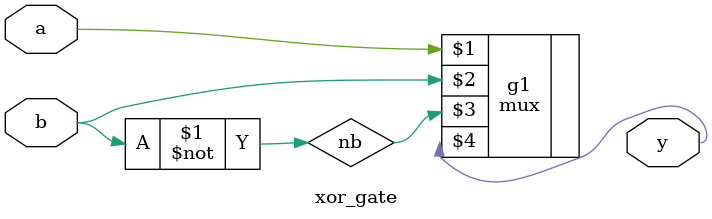
<source format=v>
`include "mux21_v.v"
module xor_gate(a,b,y);
input a,b;
output y;
wire nb;
not g2(nb,b);
mux g1 (a,b,nb,y);
endmodule

//# a=0 b=0 y=0
//# a=0 b=1 y=1
//# a=0 b=1 y=1
//# a=1 b=1 y=0
//# a=0 b=1 y=1
//# a=0 b=1 y=1
//# a=0 b=1 y=1
//# a=1 b=0 y=1

</source>
